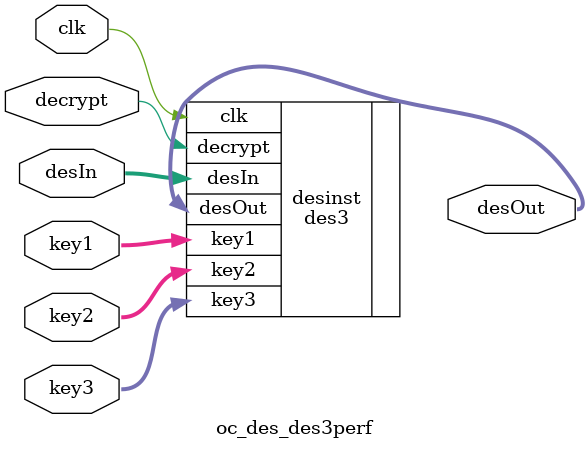
<source format=v>
module oc_des_des3perf(desOut, desIn, key1, key2, key3, decrypt, clk); 
output	[63:0]	desOut;
input	[63:0]	desIn;
input	[55:0]	key1;
input	[55:0]	key2;
input	[55:0]	key3;
input		decrypt;
input		clk;


des3 desinst (
	.desOut(desOut), 
	.desIn(desIn), 
	.key1(key1), 
	.key2(key2), 
	.key3(key3), 
	.decrypt(decrypt), 
	.clk(clk)); 


endmodule
</source>
